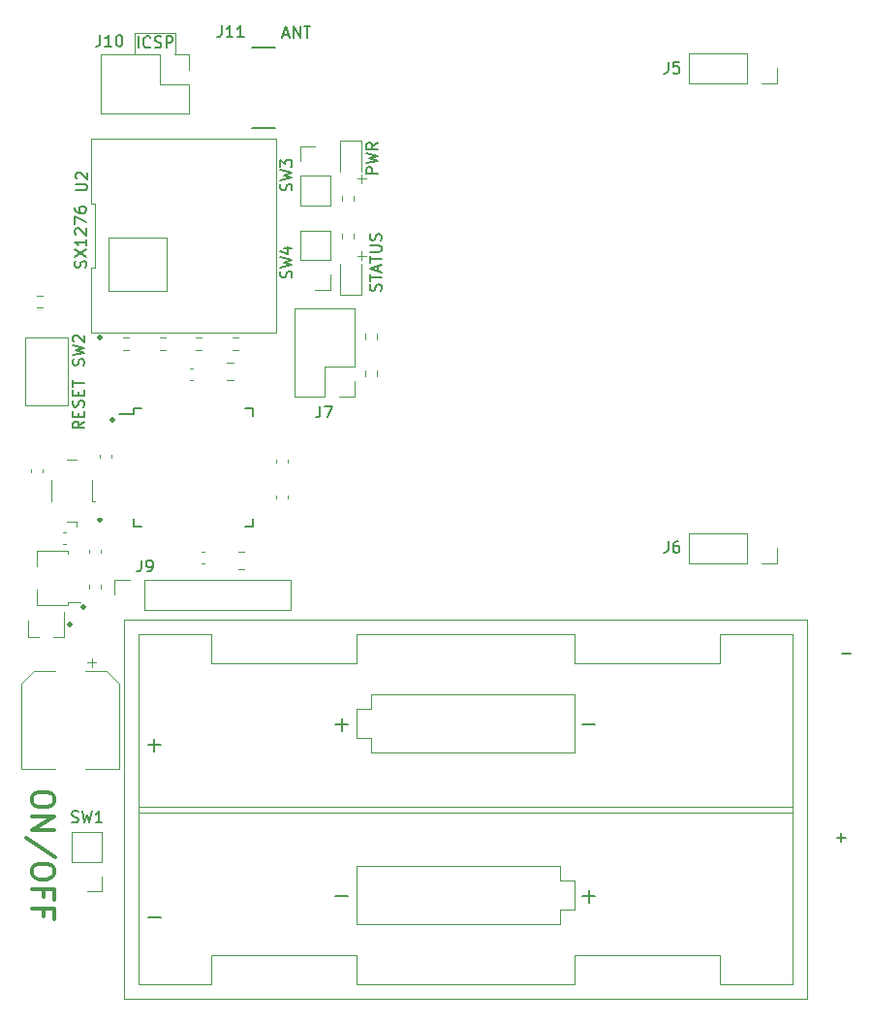
<source format=gbr>
%TF.GenerationSoftware,KiCad,Pcbnew,(5.1.9-0-10_14)*%
%TF.CreationDate,2021-05-24T21:37:01+02:00*%
%TF.ProjectId,mfm-v3-smd,6d666d2d-7633-42d7-936d-642e6b696361,rev?*%
%TF.SameCoordinates,Original*%
%TF.FileFunction,Legend,Top*%
%TF.FilePolarity,Positive*%
%FSLAX46Y46*%
G04 Gerber Fmt 4.6, Leading zero omitted, Abs format (unit mm)*
G04 Created by KiCad (PCBNEW (5.1.9-0-10_14)) date 2021-05-24 21:37:01*
%MOMM*%
%LPD*%
G01*
G04 APERTURE LIST*
%ADD10C,0.300000*%
%ADD11C,0.050000*%
%ADD12C,0.150000*%
%ADD13C,0.120000*%
%ADD14C,0.127000*%
G04 APERTURE END LIST*
D10*
X22860000Y-131599714D02*
X22931428Y-131671142D01*
X22860000Y-131742571D01*
X22788571Y-131671142D01*
X22860000Y-131599714D01*
X22860000Y-131742571D01*
X24066500Y-130075714D02*
X24137928Y-130147142D01*
X24066500Y-130218571D01*
X23995071Y-130147142D01*
X24066500Y-130075714D01*
X24066500Y-130218571D01*
D11*
X24447547Y-135008928D02*
X25209452Y-135008928D01*
X24828500Y-135389880D02*
X24828500Y-134627976D01*
D10*
X25527000Y-106580714D02*
X25598428Y-106652142D01*
X25527000Y-106723571D01*
X25455571Y-106652142D01*
X25527000Y-106580714D01*
X25527000Y-106723571D01*
X25527000Y-122519214D02*
X25598428Y-122590642D01*
X25527000Y-122662071D01*
X25455571Y-122590642D01*
X25527000Y-122519214D01*
X25527000Y-122662071D01*
X26606500Y-113756214D02*
X26677928Y-113827642D01*
X26606500Y-113899071D01*
X26535071Y-113827642D01*
X26606500Y-113756214D01*
X26606500Y-113899071D01*
D11*
X48006047Y-92781428D02*
X48767952Y-92781428D01*
X48387000Y-93162380D02*
X48387000Y-92400476D01*
X48006047Y-99512428D02*
X48767952Y-99512428D01*
X48387000Y-99893380D02*
X48387000Y-99131476D01*
D10*
X21542238Y-146780880D02*
X21542238Y-147161833D01*
X21447000Y-147352309D01*
X21256523Y-147542785D01*
X20875571Y-147638023D01*
X20208904Y-147638023D01*
X19827952Y-147542785D01*
X19637476Y-147352309D01*
X19542238Y-147161833D01*
X19542238Y-146780880D01*
X19637476Y-146590404D01*
X19827952Y-146399928D01*
X20208904Y-146304690D01*
X20875571Y-146304690D01*
X21256523Y-146399928D01*
X21447000Y-146590404D01*
X21542238Y-146780880D01*
X19542238Y-148495166D02*
X21542238Y-148495166D01*
X19542238Y-149638023D01*
X21542238Y-149638023D01*
X21637476Y-152018976D02*
X19066047Y-150304690D01*
X21542238Y-153066595D02*
X21542238Y-153447547D01*
X21447000Y-153638023D01*
X21256523Y-153828500D01*
X20875571Y-153923738D01*
X20208904Y-153923738D01*
X19827952Y-153828500D01*
X19637476Y-153638023D01*
X19542238Y-153447547D01*
X19542238Y-153066595D01*
X19637476Y-152876119D01*
X19827952Y-152685642D01*
X20208904Y-152590404D01*
X20875571Y-152590404D01*
X21256523Y-152685642D01*
X21447000Y-152876119D01*
X21542238Y-153066595D01*
X20589857Y-155447547D02*
X20589857Y-154780880D01*
X19542238Y-154780880D02*
X21542238Y-154780880D01*
X21542238Y-155733261D01*
X20589857Y-157161833D02*
X20589857Y-156495166D01*
X19542238Y-156495166D02*
X21542238Y-156495166D01*
X21542238Y-157447547D01*
D12*
X49791880Y-92328833D02*
X48791880Y-92328833D01*
X48791880Y-91947880D01*
X48839500Y-91852642D01*
X48887119Y-91805023D01*
X48982357Y-91757404D01*
X49125214Y-91757404D01*
X49220452Y-91805023D01*
X49268071Y-91852642D01*
X49315690Y-91947880D01*
X49315690Y-92328833D01*
X48791880Y-91424071D02*
X49791880Y-91185976D01*
X49077595Y-90995500D01*
X49791880Y-90805023D01*
X48791880Y-90566928D01*
X49791880Y-89614547D02*
X49315690Y-89947880D01*
X49791880Y-90185976D02*
X48791880Y-90185976D01*
X48791880Y-89805023D01*
X48839500Y-89709785D01*
X48887119Y-89662166D01*
X48982357Y-89614547D01*
X49125214Y-89614547D01*
X49220452Y-89662166D01*
X49268071Y-89709785D01*
X49315690Y-89805023D01*
X49315690Y-90185976D01*
X50061761Y-102552190D02*
X50109380Y-102409333D01*
X50109380Y-102171238D01*
X50061761Y-102076000D01*
X50014142Y-102028380D01*
X49918904Y-101980761D01*
X49823666Y-101980761D01*
X49728428Y-102028380D01*
X49680809Y-102076000D01*
X49633190Y-102171238D01*
X49585571Y-102361714D01*
X49537952Y-102456952D01*
X49490333Y-102504571D01*
X49395095Y-102552190D01*
X49299857Y-102552190D01*
X49204619Y-102504571D01*
X49157000Y-102456952D01*
X49109380Y-102361714D01*
X49109380Y-102123619D01*
X49157000Y-101980761D01*
X49109380Y-101695047D02*
X49109380Y-101123619D01*
X50109380Y-101409333D02*
X49109380Y-101409333D01*
X49823666Y-100837904D02*
X49823666Y-100361714D01*
X50109380Y-100933142D02*
X49109380Y-100599809D01*
X50109380Y-100266476D01*
X49109380Y-100076000D02*
X49109380Y-99504571D01*
X50109380Y-99790285D02*
X49109380Y-99790285D01*
X49109380Y-99171238D02*
X49918904Y-99171238D01*
X50014142Y-99123619D01*
X50061761Y-99076000D01*
X50109380Y-98980761D01*
X50109380Y-98790285D01*
X50061761Y-98695047D01*
X50014142Y-98647428D01*
X49918904Y-98599809D01*
X49109380Y-98599809D01*
X50061761Y-98171238D02*
X50109380Y-98028380D01*
X50109380Y-97790285D01*
X50061761Y-97695047D01*
X50014142Y-97647428D01*
X49918904Y-97599809D01*
X49823666Y-97599809D01*
X49728428Y-97647428D01*
X49680809Y-97695047D01*
X49633190Y-97790285D01*
X49585571Y-97980761D01*
X49537952Y-98076000D01*
X49490333Y-98123619D01*
X49395095Y-98171238D01*
X49299857Y-98171238D01*
X49204619Y-98123619D01*
X49157000Y-98076000D01*
X49109380Y-97980761D01*
X49109380Y-97742666D01*
X49157000Y-97599809D01*
D13*
X32085000Y-80036500D02*
X32085000Y-81911500D01*
X28560000Y-80036500D02*
X32085000Y-80036500D01*
X28560000Y-81936500D02*
X28560000Y-80036500D01*
D12*
X28883809Y-81338880D02*
X28883809Y-80338880D01*
X29931428Y-81243642D02*
X29883809Y-81291261D01*
X29740952Y-81338880D01*
X29645714Y-81338880D01*
X29502857Y-81291261D01*
X29407619Y-81196023D01*
X29360000Y-81100785D01*
X29312380Y-80910309D01*
X29312380Y-80767452D01*
X29360000Y-80576976D01*
X29407619Y-80481738D01*
X29502857Y-80386500D01*
X29645714Y-80338880D01*
X29740952Y-80338880D01*
X29883809Y-80386500D01*
X29931428Y-80434119D01*
X30312380Y-81291261D02*
X30455238Y-81338880D01*
X30693333Y-81338880D01*
X30788571Y-81291261D01*
X30836190Y-81243642D01*
X30883809Y-81148404D01*
X30883809Y-81053166D01*
X30836190Y-80957928D01*
X30788571Y-80910309D01*
X30693333Y-80862690D01*
X30502857Y-80815071D01*
X30407619Y-80767452D01*
X30360000Y-80719833D01*
X30312380Y-80624595D01*
X30312380Y-80529357D01*
X30360000Y-80434119D01*
X30407619Y-80386500D01*
X30502857Y-80338880D01*
X30740952Y-80338880D01*
X30883809Y-80386500D01*
X31312380Y-81338880D02*
X31312380Y-80338880D01*
X31693333Y-80338880D01*
X31788571Y-80386500D01*
X31836190Y-80434119D01*
X31883809Y-80529357D01*
X31883809Y-80672214D01*
X31836190Y-80767452D01*
X31788571Y-80815071D01*
X31693333Y-80862690D01*
X31312380Y-80862690D01*
X89900807Y-150284488D02*
X90662712Y-150284488D01*
X90281760Y-150665440D02*
X90281760Y-149903536D01*
X91105952Y-134203571D02*
X90344047Y-134203571D01*
X24280761Y-100520166D02*
X24328380Y-100377309D01*
X24328380Y-100139214D01*
X24280761Y-100043976D01*
X24233142Y-99996357D01*
X24137904Y-99948738D01*
X24042666Y-99948738D01*
X23947428Y-99996357D01*
X23899809Y-100043976D01*
X23852190Y-100139214D01*
X23804571Y-100329690D01*
X23756952Y-100424928D01*
X23709333Y-100472547D01*
X23614095Y-100520166D01*
X23518857Y-100520166D01*
X23423619Y-100472547D01*
X23376000Y-100424928D01*
X23328380Y-100329690D01*
X23328380Y-100091595D01*
X23376000Y-99948738D01*
X23328380Y-99615404D02*
X24328380Y-98948738D01*
X23328380Y-98948738D02*
X24328380Y-99615404D01*
X24328380Y-98043976D02*
X24328380Y-98615404D01*
X24328380Y-98329690D02*
X23328380Y-98329690D01*
X23471238Y-98424928D01*
X23566476Y-98520166D01*
X23614095Y-98615404D01*
X23423619Y-97663023D02*
X23376000Y-97615404D01*
X23328380Y-97520166D01*
X23328380Y-97282071D01*
X23376000Y-97186833D01*
X23423619Y-97139214D01*
X23518857Y-97091595D01*
X23614095Y-97091595D01*
X23756952Y-97139214D01*
X24328380Y-97710642D01*
X24328380Y-97091595D01*
X23328380Y-96758261D02*
X23328380Y-96091595D01*
X24328380Y-96520166D01*
X23328380Y-95282071D02*
X23328380Y-95472547D01*
X23376000Y-95567785D01*
X23423619Y-95615404D01*
X23566476Y-95710642D01*
X23756952Y-95758261D01*
X24137904Y-95758261D01*
X24233142Y-95710642D01*
X24280761Y-95663023D01*
X24328380Y-95567785D01*
X24328380Y-95377309D01*
X24280761Y-95282071D01*
X24233142Y-95234452D01*
X24137904Y-95186833D01*
X23899809Y-95186833D01*
X23804571Y-95234452D01*
X23756952Y-95282071D01*
X23709333Y-95377309D01*
X23709333Y-95567785D01*
X23756952Y-95663023D01*
X23804571Y-95710642D01*
X23899809Y-95758261D01*
X41529142Y-80203166D02*
X42005333Y-80203166D01*
X41433904Y-80488880D02*
X41767238Y-79488880D01*
X42100571Y-80488880D01*
X42433904Y-80488880D02*
X42433904Y-79488880D01*
X43005333Y-80488880D01*
X43005333Y-79488880D01*
X43338666Y-79488880D02*
X43910095Y-79488880D01*
X43624380Y-80488880D02*
X43624380Y-79488880D01*
D13*
%TO.C,J5*%
X82105500Y-81791500D02*
X82105500Y-84451500D01*
X82105500Y-81791500D02*
X76965500Y-81791500D01*
X76965500Y-81791500D02*
X76965500Y-84451500D01*
X82105500Y-84451500D02*
X76965500Y-84451500D01*
X84705500Y-84451500D02*
X83375500Y-84451500D01*
X84705500Y-83121500D02*
X84705500Y-84451500D01*
%TO.C,BT1*%
X79664500Y-163120000D02*
X79664500Y-160580000D01*
X86039500Y-163120000D02*
X79664500Y-163120000D01*
X86039500Y-132540000D02*
X86039500Y-163120000D01*
X79664500Y-132540000D02*
X79664500Y-135080000D01*
X86039500Y-132540000D02*
X79664500Y-132540000D01*
X35214500Y-160580000D02*
X47914500Y-160580000D01*
X35214500Y-163120000D02*
X35214500Y-160580000D01*
X28869500Y-163120000D02*
X35214500Y-163120000D01*
X28869500Y-132540000D02*
X28869500Y-163120000D01*
X35214500Y-132540000D02*
X28869500Y-132540000D01*
X35214500Y-135080000D02*
X35214500Y-132540000D01*
X35214500Y-135080000D02*
X47914500Y-135080000D01*
X79664500Y-160580000D02*
X66964500Y-160580000D01*
X47914500Y-132540000D02*
X47914500Y-135080000D01*
X66964500Y-132540000D02*
X47914500Y-132540000D01*
X66964500Y-135080000D02*
X66964500Y-132540000D01*
X79664500Y-135080000D02*
X66964500Y-135080000D01*
X66964500Y-163120000D02*
X66964500Y-160580000D01*
X47914500Y-163120000D02*
X66964500Y-163120000D01*
X47914500Y-160580000D02*
X47914500Y-163120000D01*
X86039500Y-148084000D02*
X28869500Y-148084000D01*
X28869500Y-147576000D02*
X86039500Y-147576000D01*
X66964500Y-137795000D02*
X66964500Y-139065000D01*
X49184500Y-137795000D02*
X66964500Y-137795000D01*
X49184500Y-139065000D02*
X49184500Y-137795000D01*
X47914500Y-139065000D02*
X49184500Y-139065000D01*
X47914500Y-141605000D02*
X47914500Y-139065000D01*
X49184500Y-141605000D02*
X47914500Y-141605000D01*
X49184500Y-142875000D02*
X49184500Y-141605000D01*
X66964500Y-142875000D02*
X49184500Y-142875000D01*
X66964500Y-139065000D02*
X66964500Y-142875000D01*
X65694500Y-157865000D02*
X47914500Y-157865000D01*
X65694500Y-156595000D02*
X65694500Y-157865000D01*
X66964500Y-156595000D02*
X65694500Y-156595000D01*
X66964500Y-154055000D02*
X66964500Y-156595000D01*
X65694500Y-154055000D02*
X66964500Y-154055000D01*
X65694500Y-152785000D02*
X65694500Y-154055000D01*
X47914500Y-152785000D02*
X65694500Y-152785000D01*
X47914500Y-157865000D02*
X47914500Y-152785000D01*
X87309500Y-131270000D02*
X27599500Y-131270000D01*
X27599500Y-131270000D02*
X27599500Y-164390000D01*
X27599500Y-164390000D02*
X87309500Y-164390000D01*
X87309500Y-164390000D02*
X87309500Y-131270000D01*
%TO.C,Q1*%
X19248000Y-132776500D02*
X19248000Y-131316500D01*
X22408000Y-132776500D02*
X22408000Y-130616500D01*
X22408000Y-132776500D02*
X21478000Y-132776500D01*
X19248000Y-132776500D02*
X20178000Y-132776500D01*
%TO.C,U2*%
X24707200Y-106242800D02*
X40907199Y-106242800D01*
X40907199Y-106242800D02*
X40907200Y-89242800D01*
X40907200Y-89242800D02*
X24707201Y-89242800D01*
X24707201Y-89242800D02*
X24707200Y-94909467D01*
X24707200Y-94909467D02*
X25067200Y-94909467D01*
X25067200Y-94909467D02*
X25067200Y-100576133D01*
X25067200Y-100576133D02*
X24707200Y-100576133D01*
X24707200Y-100576133D02*
X24707200Y-106242800D01*
X26304800Y-102530700D02*
X26304800Y-97895200D01*
X26304800Y-97895200D02*
X31384800Y-97895200D01*
X31384800Y-97895200D02*
X31384800Y-102530700D01*
X31384800Y-102530700D02*
X26304800Y-102530700D01*
%TO.C,C7*%
X22274920Y-124652500D02*
X22556080Y-124652500D01*
X22274920Y-123632500D02*
X22556080Y-123632500D01*
D12*
%TO.C,U3*%
X28500000Y-112781500D02*
X28500000Y-113356500D01*
X38850000Y-112781500D02*
X38850000Y-113456500D01*
X38850000Y-123131500D02*
X38850000Y-122456500D01*
X28500000Y-123131500D02*
X28500000Y-122456500D01*
X28500000Y-112781500D02*
X29175000Y-112781500D01*
X28500000Y-123131500D02*
X29175000Y-123131500D01*
X38850000Y-123131500D02*
X38175000Y-123131500D01*
X38850000Y-112781500D02*
X38175000Y-112781500D01*
X28500000Y-113356500D02*
X27225000Y-113356500D01*
D13*
%TO.C,SW4*%
X45653000Y-102485500D02*
X44323000Y-102485500D01*
X45653000Y-101155500D02*
X45653000Y-102485500D01*
X45653000Y-99885500D02*
X42993000Y-99885500D01*
X42993000Y-99885500D02*
X42993000Y-97285500D01*
X45653000Y-99885500D02*
X45653000Y-97285500D01*
X45653000Y-97285500D02*
X42993000Y-97285500D01*
%TO.C,SW3*%
X42993000Y-89919500D02*
X44323000Y-89919500D01*
X42993000Y-91249500D02*
X42993000Y-89919500D01*
X42993000Y-92519500D02*
X45653000Y-92519500D01*
X45653000Y-92519500D02*
X45653000Y-95119500D01*
X42993000Y-92519500D02*
X42993000Y-95119500D01*
X42993000Y-95119500D02*
X45653000Y-95119500D01*
%TO.C,SW1*%
X25714000Y-155000000D02*
X24384000Y-155000000D01*
X25714000Y-153670000D02*
X25714000Y-155000000D01*
X25714000Y-152400000D02*
X23054000Y-152400000D01*
X23054000Y-152400000D02*
X23054000Y-149800000D01*
X25714000Y-152400000D02*
X25714000Y-149800000D01*
X25714000Y-149800000D02*
X23054000Y-149800000D01*
%TO.C,R2*%
X46658000Y-97552742D02*
X46658000Y-98027258D01*
X47703000Y-97552742D02*
X47703000Y-98027258D01*
%TO.C,R1*%
X47703000Y-94725258D02*
X47703000Y-94250742D01*
X46658000Y-94725258D02*
X46658000Y-94250742D01*
%TO.C,R9*%
X48690000Y-106315242D02*
X48690000Y-106789758D01*
X49735000Y-106315242D02*
X49735000Y-106789758D01*
%TO.C,R6*%
X48690000Y-109554242D02*
X48690000Y-110028758D01*
X49735000Y-109554242D02*
X49735000Y-110028758D01*
%TO.C,R4*%
X20493758Y-102982500D02*
X20019242Y-102982500D01*
X20493758Y-104027500D02*
X20019242Y-104027500D01*
%TO.C,J10*%
X33334000Y-81918500D02*
X33334000Y-83248500D01*
X32004000Y-81918500D02*
X33334000Y-81918500D01*
X33334000Y-84518500D02*
X33334000Y-87118500D01*
X30734000Y-84518500D02*
X33334000Y-84518500D01*
X30734000Y-81918500D02*
X30734000Y-84518500D01*
X33334000Y-87118500D02*
X25594000Y-87118500D01*
X30734000Y-81918500D02*
X25594000Y-81918500D01*
X25594000Y-81918500D02*
X25594000Y-87118500D01*
%TO.C,J7*%
X47760000Y-111795500D02*
X46430000Y-111795500D01*
X47760000Y-110465500D02*
X47760000Y-111795500D01*
X45160000Y-111795500D02*
X42560000Y-111795500D01*
X45160000Y-109195500D02*
X45160000Y-111795500D01*
X47760000Y-109195500D02*
X45160000Y-109195500D01*
X42560000Y-111795500D02*
X42560000Y-104055500D01*
X47760000Y-109195500D02*
X47760000Y-104055500D01*
X47760000Y-104055500D02*
X42560000Y-104055500D01*
%TO.C,D2*%
X48394500Y-102904000D02*
X48394500Y-100219000D01*
X46474500Y-102904000D02*
X48394500Y-102904000D01*
X46474500Y-100219000D02*
X46474500Y-102904000D01*
%TO.C,D1*%
X46474500Y-89437500D02*
X46474500Y-92122500D01*
X48394500Y-89437500D02*
X46474500Y-89437500D01*
X48394500Y-92122500D02*
X48394500Y-89437500D01*
%TO.C,C11*%
X40942500Y-117552080D02*
X40942500Y-117270920D01*
X41962500Y-117552080D02*
X41962500Y-117270920D01*
%TO.C,C9*%
X33387420Y-110365000D02*
X33668580Y-110365000D01*
X33387420Y-109345000D02*
X33668580Y-109345000D01*
%TO.C,C8*%
X20512500Y-118441080D02*
X20512500Y-118159920D01*
X19492500Y-118441080D02*
X19492500Y-118159920D01*
%TO.C,C2*%
X24572500Y-125144920D02*
X24572500Y-125426080D01*
X25592500Y-125144920D02*
X25592500Y-125426080D01*
%TO.C,C1*%
X25592500Y-128537580D02*
X25592500Y-128256420D01*
X24572500Y-128537580D02*
X24572500Y-128256420D01*
%TO.C,J9*%
X26800500Y-129095500D02*
X26800500Y-127765500D01*
X26800500Y-127765500D02*
X28130500Y-127765500D01*
X29400500Y-127765500D02*
X42160500Y-127765500D01*
X42160500Y-130425500D02*
X42160500Y-127765500D01*
X29400500Y-130425500D02*
X42160500Y-130425500D01*
X29400500Y-130425500D02*
X29400500Y-127765500D01*
%TO.C,R3*%
X37100742Y-107710500D02*
X37575258Y-107710500D01*
X37100742Y-106665500D02*
X37575258Y-106665500D01*
%TO.C,R7*%
X30750742Y-106665500D02*
X31225258Y-106665500D01*
X30750742Y-107710500D02*
X31225258Y-107710500D01*
%TO.C,R8*%
X28050258Y-107710500D02*
X27575742Y-107710500D01*
X28050258Y-106665500D02*
X27575742Y-106665500D01*
%TO.C,R5*%
X33925742Y-106665500D02*
X34400258Y-106665500D01*
X33925742Y-107710500D02*
X34400258Y-107710500D01*
%TO.C,C3*%
X34684580Y-126367000D02*
X34403420Y-126367000D01*
X34684580Y-125347000D02*
X34403420Y-125347000D01*
%TO.C,C4*%
X26545000Y-117171080D02*
X26545000Y-116889920D01*
X25525000Y-117171080D02*
X25525000Y-116889920D01*
%TO.C,C6*%
X40955500Y-120727080D02*
X40955500Y-120445920D01*
X41975500Y-120727080D02*
X41975500Y-120445920D01*
%TO.C,C12*%
X18663500Y-144277500D02*
X21613500Y-144277500D01*
X27183500Y-144277500D02*
X24233500Y-144277500D01*
X27183500Y-136821937D02*
X27183500Y-144277500D01*
X18663500Y-136821937D02*
X18663500Y-144277500D01*
X19727937Y-135757500D02*
X21613500Y-135757500D01*
X26119063Y-135757500D02*
X24233500Y-135757500D01*
X26119063Y-135757500D02*
X27183500Y-136821937D01*
X19727937Y-135757500D02*
X18663500Y-136821937D01*
%TO.C,C5*%
X37154752Y-108866000D02*
X36632248Y-108866000D01*
X37154752Y-110336000D02*
X36632248Y-110336000D01*
%TO.C,C10*%
X37584748Y-125376000D02*
X38107252Y-125376000D01*
X37584748Y-126846000D02*
X38107252Y-126846000D01*
D14*
%TO.C,J11*%
X40807200Y-88336500D02*
X38807200Y-88336500D01*
X40807200Y-81336500D02*
X38807200Y-81336500D01*
D13*
%TO.C,U1*%
X19993500Y-126585000D02*
X19993500Y-125275000D01*
X19993500Y-125275000D02*
X22713500Y-125275000D01*
X23853500Y-129765000D02*
X22713500Y-129765000D01*
X19993500Y-129995000D02*
X19993500Y-128685000D01*
X22713500Y-129995000D02*
X19993500Y-129995000D01*
X22713500Y-129995000D02*
X22713500Y-129765000D01*
X22713500Y-125275000D02*
X22713500Y-125505000D01*
%TO.C,J6*%
X84705500Y-125031500D02*
X84705500Y-126361500D01*
X84705500Y-126361500D02*
X83375500Y-126361500D01*
X82105500Y-126361500D02*
X76965500Y-126361500D01*
X76965500Y-123701500D02*
X76965500Y-126361500D01*
X82105500Y-123701500D02*
X76965500Y-123701500D01*
X82105500Y-123701500D02*
X82105500Y-126361500D01*
%TO.C,SW2*%
X22678000Y-106616500D02*
X22678000Y-112585500D01*
X22669500Y-112585500D02*
X18986500Y-112585500D01*
X18978000Y-112585500D02*
X18986500Y-106616500D01*
X18986500Y-106616500D02*
X22678000Y-106616500D01*
%TO.C,Y1*%
X24850500Y-120915000D02*
X25090500Y-120915000D01*
X24850500Y-119115000D02*
X24850500Y-120915000D01*
X21250500Y-120915000D02*
X21250500Y-119115000D01*
X22650500Y-117315000D02*
X23450500Y-117315000D01*
X23450500Y-122715000D02*
X22650500Y-122715000D01*
X23450500Y-123115000D02*
X23450500Y-122715000D01*
%TO.C,J5*%
D12*
X75168166Y-82573880D02*
X75168166Y-83288166D01*
X75120547Y-83431023D01*
X75025309Y-83526261D01*
X74882452Y-83573880D01*
X74787214Y-83573880D01*
X76120547Y-82573880D02*
X75644357Y-82573880D01*
X75596738Y-83050071D01*
X75644357Y-83002452D01*
X75739595Y-82954833D01*
X75977690Y-82954833D01*
X76072928Y-83002452D01*
X76120547Y-83050071D01*
X76168166Y-83145309D01*
X76168166Y-83383404D01*
X76120547Y-83478642D01*
X76072928Y-83526261D01*
X75977690Y-83573880D01*
X75739595Y-83573880D01*
X75644357Y-83526261D01*
X75596738Y-83478642D01*
%TO.C,BT1*%
X29718071Y-157269642D02*
X30860928Y-157269642D01*
X29718071Y-142220142D02*
X30860928Y-142220142D01*
X30289500Y-142791571D02*
X30289500Y-141648714D01*
X46073071Y-155432142D02*
X47215928Y-155432142D01*
X67663071Y-155432142D02*
X68805928Y-155432142D01*
X68234500Y-156003571D02*
X68234500Y-154860714D01*
X46073071Y-140442142D02*
X47215928Y-140442142D01*
X46644500Y-141013571D02*
X46644500Y-139870714D01*
X67663071Y-140442142D02*
X68805928Y-140442142D01*
%TO.C,U2*%
X23391880Y-93789404D02*
X24201404Y-93789404D01*
X24296642Y-93741785D01*
X24344261Y-93694166D01*
X24391880Y-93598928D01*
X24391880Y-93408452D01*
X24344261Y-93313214D01*
X24296642Y-93265595D01*
X24201404Y-93217976D01*
X23391880Y-93217976D01*
X23487119Y-92789404D02*
X23439500Y-92741785D01*
X23391880Y-92646547D01*
X23391880Y-92408452D01*
X23439500Y-92313214D01*
X23487119Y-92265595D01*
X23582357Y-92217976D01*
X23677595Y-92217976D01*
X23820452Y-92265595D01*
X24391880Y-92837023D01*
X24391880Y-92217976D01*
%TO.C,SW4*%
X42251261Y-101409333D02*
X42298880Y-101266476D01*
X42298880Y-101028380D01*
X42251261Y-100933142D01*
X42203642Y-100885523D01*
X42108404Y-100837904D01*
X42013166Y-100837904D01*
X41917928Y-100885523D01*
X41870309Y-100933142D01*
X41822690Y-101028380D01*
X41775071Y-101218857D01*
X41727452Y-101314095D01*
X41679833Y-101361714D01*
X41584595Y-101409333D01*
X41489357Y-101409333D01*
X41394119Y-101361714D01*
X41346500Y-101314095D01*
X41298880Y-101218857D01*
X41298880Y-100980761D01*
X41346500Y-100837904D01*
X41298880Y-100504571D02*
X42298880Y-100266476D01*
X41584595Y-100076000D01*
X42298880Y-99885523D01*
X41298880Y-99647428D01*
X41632214Y-98837904D02*
X42298880Y-98837904D01*
X41251261Y-99076000D02*
X41965547Y-99314095D01*
X41965547Y-98695047D01*
%TO.C,SW3*%
X42251261Y-93789333D02*
X42298880Y-93646476D01*
X42298880Y-93408380D01*
X42251261Y-93313142D01*
X42203642Y-93265523D01*
X42108404Y-93217904D01*
X42013166Y-93217904D01*
X41917928Y-93265523D01*
X41870309Y-93313142D01*
X41822690Y-93408380D01*
X41775071Y-93598857D01*
X41727452Y-93694095D01*
X41679833Y-93741714D01*
X41584595Y-93789333D01*
X41489357Y-93789333D01*
X41394119Y-93741714D01*
X41346500Y-93694095D01*
X41298880Y-93598857D01*
X41298880Y-93360761D01*
X41346500Y-93217904D01*
X41298880Y-92884571D02*
X42298880Y-92646476D01*
X41584595Y-92456000D01*
X42298880Y-92265523D01*
X41298880Y-92027428D01*
X41298880Y-91741714D02*
X41298880Y-91122666D01*
X41679833Y-91456000D01*
X41679833Y-91313142D01*
X41727452Y-91217904D01*
X41775071Y-91170285D01*
X41870309Y-91122666D01*
X42108404Y-91122666D01*
X42203642Y-91170285D01*
X42251261Y-91217904D01*
X42298880Y-91313142D01*
X42298880Y-91598857D01*
X42251261Y-91694095D01*
X42203642Y-91741714D01*
%TO.C,SW1*%
X23050666Y-148931261D02*
X23193523Y-148978880D01*
X23431619Y-148978880D01*
X23526857Y-148931261D01*
X23574476Y-148883642D01*
X23622095Y-148788404D01*
X23622095Y-148693166D01*
X23574476Y-148597928D01*
X23526857Y-148550309D01*
X23431619Y-148502690D01*
X23241142Y-148455071D01*
X23145904Y-148407452D01*
X23098285Y-148359833D01*
X23050666Y-148264595D01*
X23050666Y-148169357D01*
X23098285Y-148074119D01*
X23145904Y-148026500D01*
X23241142Y-147978880D01*
X23479238Y-147978880D01*
X23622095Y-148026500D01*
X23955428Y-147978880D02*
X24193523Y-148978880D01*
X24384000Y-148264595D01*
X24574476Y-148978880D01*
X24812571Y-147978880D01*
X25717333Y-148978880D02*
X25145904Y-148978880D01*
X25431619Y-148978880D02*
X25431619Y-147978880D01*
X25336380Y-148121738D01*
X25241142Y-148216976D01*
X25145904Y-148264595D01*
%TO.C,J10*%
X25542976Y-80224380D02*
X25542976Y-80938666D01*
X25495357Y-81081523D01*
X25400119Y-81176761D01*
X25257261Y-81224380D01*
X25162023Y-81224380D01*
X26542976Y-81224380D02*
X25971547Y-81224380D01*
X26257261Y-81224380D02*
X26257261Y-80224380D01*
X26162023Y-80367238D01*
X26066785Y-80462476D01*
X25971547Y-80510095D01*
X27162023Y-80224380D02*
X27257261Y-80224380D01*
X27352500Y-80272000D01*
X27400119Y-80319619D01*
X27447738Y-80414857D01*
X27495357Y-80605333D01*
X27495357Y-80843428D01*
X27447738Y-81033904D01*
X27400119Y-81129142D01*
X27352500Y-81176761D01*
X27257261Y-81224380D01*
X27162023Y-81224380D01*
X27066785Y-81176761D01*
X27019166Y-81129142D01*
X26971547Y-81033904D01*
X26923928Y-80843428D01*
X26923928Y-80605333D01*
X26971547Y-80414857D01*
X27019166Y-80319619D01*
X27066785Y-80272000D01*
X27162023Y-80224380D01*
%TO.C,J7*%
X44751666Y-112609380D02*
X44751666Y-113323666D01*
X44704047Y-113466523D01*
X44608809Y-113561761D01*
X44465952Y-113609380D01*
X44370714Y-113609380D01*
X45132619Y-112609380D02*
X45799285Y-112609380D01*
X45370714Y-113609380D01*
%TO.C,J9*%
X29130666Y-126071380D02*
X29130666Y-126785666D01*
X29083047Y-126928523D01*
X28987809Y-127023761D01*
X28844952Y-127071380D01*
X28749714Y-127071380D01*
X29654476Y-127071380D02*
X29844952Y-127071380D01*
X29940190Y-127023761D01*
X29987809Y-126976142D01*
X30083047Y-126833285D01*
X30130666Y-126642809D01*
X30130666Y-126261857D01*
X30083047Y-126166619D01*
X30035428Y-126119000D01*
X29940190Y-126071380D01*
X29749714Y-126071380D01*
X29654476Y-126119000D01*
X29606857Y-126166619D01*
X29559238Y-126261857D01*
X29559238Y-126499952D01*
X29606857Y-126595190D01*
X29654476Y-126642809D01*
X29749714Y-126690428D01*
X29940190Y-126690428D01*
X30035428Y-126642809D01*
X30083047Y-126595190D01*
X30130666Y-126499952D01*
%TO.C,J11*%
X36147476Y-79398880D02*
X36147476Y-80113166D01*
X36099857Y-80256023D01*
X36004619Y-80351261D01*
X35861761Y-80398880D01*
X35766523Y-80398880D01*
X37147476Y-80398880D02*
X36576047Y-80398880D01*
X36861761Y-80398880D02*
X36861761Y-79398880D01*
X36766523Y-79541738D01*
X36671285Y-79636976D01*
X36576047Y-79684595D01*
X38099857Y-80398880D02*
X37528428Y-80398880D01*
X37814142Y-80398880D02*
X37814142Y-79398880D01*
X37718904Y-79541738D01*
X37623666Y-79636976D01*
X37528428Y-79684595D01*
%TO.C,J6*%
X75168166Y-124420380D02*
X75168166Y-125134666D01*
X75120547Y-125277523D01*
X75025309Y-125372761D01*
X74882452Y-125420380D01*
X74787214Y-125420380D01*
X76072928Y-124420380D02*
X75882452Y-124420380D01*
X75787214Y-124468000D01*
X75739595Y-124515619D01*
X75644357Y-124658476D01*
X75596738Y-124848952D01*
X75596738Y-125229904D01*
X75644357Y-125325142D01*
X75691976Y-125372761D01*
X75787214Y-125420380D01*
X75977690Y-125420380D01*
X76072928Y-125372761D01*
X76120547Y-125325142D01*
X76168166Y-125229904D01*
X76168166Y-124991809D01*
X76120547Y-124896571D01*
X76072928Y-124848952D01*
X75977690Y-124801333D01*
X75787214Y-124801333D01*
X75691976Y-124848952D01*
X75644357Y-124896571D01*
X75596738Y-124991809D01*
%TO.C,SW2*%
X24090261Y-109092833D02*
X24137880Y-108949976D01*
X24137880Y-108711880D01*
X24090261Y-108616642D01*
X24042642Y-108569023D01*
X23947404Y-108521404D01*
X23852166Y-108521404D01*
X23756928Y-108569023D01*
X23709309Y-108616642D01*
X23661690Y-108711880D01*
X23614071Y-108902357D01*
X23566452Y-108997595D01*
X23518833Y-109045214D01*
X23423595Y-109092833D01*
X23328357Y-109092833D01*
X23233119Y-109045214D01*
X23185500Y-108997595D01*
X23137880Y-108902357D01*
X23137880Y-108664261D01*
X23185500Y-108521404D01*
X23137880Y-108188071D02*
X24137880Y-107949976D01*
X23423595Y-107759500D01*
X24137880Y-107569023D01*
X23137880Y-107330928D01*
X23233119Y-106997595D02*
X23185500Y-106949976D01*
X23137880Y-106854738D01*
X23137880Y-106616642D01*
X23185500Y-106521404D01*
X23233119Y-106473785D01*
X23328357Y-106426166D01*
X23423595Y-106426166D01*
X23566452Y-106473785D01*
X24137880Y-107045214D01*
X24137880Y-106426166D01*
X24137880Y-113974380D02*
X23661690Y-114307714D01*
X24137880Y-114545809D02*
X23137880Y-114545809D01*
X23137880Y-114164857D01*
X23185500Y-114069619D01*
X23233119Y-114022000D01*
X23328357Y-113974380D01*
X23471214Y-113974380D01*
X23566452Y-114022000D01*
X23614071Y-114069619D01*
X23661690Y-114164857D01*
X23661690Y-114545809D01*
X23614071Y-113545809D02*
X23614071Y-113212476D01*
X24137880Y-113069619D02*
X24137880Y-113545809D01*
X23137880Y-113545809D01*
X23137880Y-113069619D01*
X24090261Y-112688666D02*
X24137880Y-112545809D01*
X24137880Y-112307714D01*
X24090261Y-112212476D01*
X24042642Y-112164857D01*
X23947404Y-112117238D01*
X23852166Y-112117238D01*
X23756928Y-112164857D01*
X23709309Y-112212476D01*
X23661690Y-112307714D01*
X23614071Y-112498190D01*
X23566452Y-112593428D01*
X23518833Y-112641047D01*
X23423595Y-112688666D01*
X23328357Y-112688666D01*
X23233119Y-112641047D01*
X23185500Y-112593428D01*
X23137880Y-112498190D01*
X23137880Y-112260095D01*
X23185500Y-112117238D01*
X23614071Y-111688666D02*
X23614071Y-111355333D01*
X24137880Y-111212476D02*
X24137880Y-111688666D01*
X23137880Y-111688666D01*
X23137880Y-111212476D01*
X23137880Y-110926761D02*
X23137880Y-110355333D01*
X24137880Y-110641047D02*
X23137880Y-110641047D01*
%TD*%
M02*

</source>
